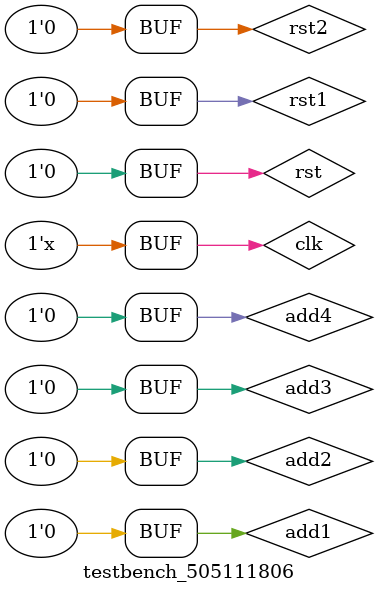
<source format=v>
`timescale 1ns / 1ps


module testbench_505111806;

	// Inputs
	reg add1;
	reg add2;
	reg add3;
	reg add4;
	reg rst1;
	reg rst2;
	reg clk;
	reg rst;

	// Outputs
	wire [6:0] seg_vector;
	wire a1;
	wire a2;
	wire a3;
	wire a4;
	wire [3:0] val1;
	wire [3:0] val2;
	wire [3:0] val3;
	wire [3:0] val4;

	// Instantiate the Unit Under Test (UUT)
	parking_meter uut (
		.add1(add1), 
		.add2(add2), 
		.add3(add3), 
		.add4(add4), 
		.rst1(rst1), 
		.rst2(rst2), 
		.clk(clk), 
		.rst(rst), 
		.seg_vector(seg_vector), 
		.a1(a1), 
		.a2(a2), 
		.a3(a3), 
		.a4(a4), 
		.val1(val1), 
		.val2(val2), 
		.val3(val3), 
		.val4(val4)
	);

	initial begin
		// Initialize Inputs
		add1 = 0;
		add2 = 0;
		add3 = 0;
		add4 = 0;
		rst1 = 0;
		rst2 = 0;
		clk = 0;
		rst = 0;

		// Wait 100 ns for global reset to finish
		#100;
		
		// set the FSM to initial state
      rst = 1;
		#20000000 rst = 0;
		
		// test1: at initial state, flash with 0000 with period 1 sec
		#1000000000; // 4 seconds
		#1000000000;
		#1000000000;
		#1000000000;
		
		// test2: check each add button and reset button
		add1 = 1; // add 60 seconds
		#10000000;
		add1 = 0; add2 = 1; // add 120 seconds
		#10000000;
		add2 = 0; add3 = 1; // add 180 seconds
		#10000000;
		add3 = 0; add4 = 1; // add 300 seconds
		#10000000;
		add4 = 0; rst1 = 1; // reset time to 16 seconds
		#10000000;
		rst1 = 0; rst2 = 1; // reset time to 150 seconds
		#10000000;
		rst2 = 0;
		
		// test3: When less than 180 seconds,
		// the display should flash with a period of 2 seconds
		// we are currently at 150 seconds
		#1000000000; // 6 seconds
		#1000000000;
		#1000000000;
		#1000000000;
		#1000000000;
		#1000000000;
		
		// test4: When more than 180 seconds,
		// the display should flash with a period of 1 second
		add4 = 1;
		#10000000 add4 = 0;
		#1000000000; // 6 seconds
		#1000000000;
		#1000000000;
		#1000000000;
		#1000000000;
		#1000000000;
		
		// test5: max value of time will be 9999
		add4 = 1;
		#400000000; add4 = 0; // check if  latched at 9999
		

	end
   always begin
		#5000000 clk = ~clk; // a 100 Hz clock
	end
endmodule


</source>
